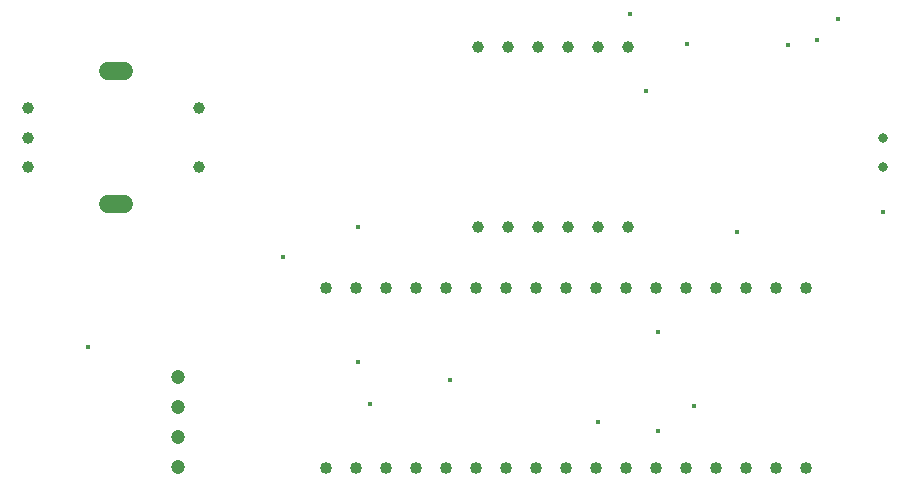
<source format=gbr>
%TF.GenerationSoftware,KiCad,Pcbnew,6.0.0-rc1-unknown-3024ded~66~ubuntu18.04.1*%
%TF.CreationDate,2018-11-05T19:27:32-08:00*%
%TF.ProjectId,arduino-micro,61726475696E6F2D6D6963726F2E6B69,rev?*%
%TF.SameCoordinates,PX8c5fca8PY9629108*%
%TF.FileFunction,Plated,1,2,PTH,Mixed*%
%TF.FilePolarity,Positive*%
%FSLAX46Y46*%
G04 Gerber Fmt 4.6, Leading zero omitted, Abs format (unit mm)*
G04 Created by KiCad (PCBNEW 6.0.0-rc1-unknown-3024ded~66~ubuntu18.04.1) date Mon 05 Nov 2018 07:27:32 PM PST*
%MOMM*%
%LPD*%
G01*
G04 APERTURE LIST*
%TA.AperFunction,ViaDrill*%
%ADD10C,0.400000*%
%TD*%
%TA.AperFunction,ComponentDrill*%
%ADD11C,0.800000*%
%TD*%
%TA.AperFunction,ComponentDrill*%
%ADD12C,1.000000*%
%TD*%
%TA.AperFunction,ComponentDrill*%
%ADD13C,1.016000*%
%TD*%
%TA.AperFunction,ComponentDrill*%
%ADD14C,1.200000*%
%TD*%
%TA.AperFunction,Slot*%
%ADD15C,1.500000*%
%TD*%
G04 APERTURE END LIST*
D10*
X9017000Y13944600D03*
X25527000Y21564600D03*
X31877000Y24104600D03*
X31877000Y12674600D03*
X32893000Y9169400D03*
X39700200Y11201400D03*
X52197000Y7594600D03*
X54914800Y42164000D03*
X56261000Y35610800D03*
X57277000Y15214600D03*
X57353200Y6858000D03*
X59740800Y39624000D03*
X60375800Y8991600D03*
X63982600Y23727000D03*
X68290544Y39505555D03*
X70789800Y39928800D03*
X72542400Y41706800D03*
X76327000Y25374600D03*
D11*
%TO.C,C1*%
X76327000Y31684600D03*
X76327000Y29184600D03*
D12*
%TO.C,SW1*%
X3937000Y34184600D03*
X3937000Y31684600D03*
X3937000Y29184600D03*
X18437000Y34184600D03*
X18437000Y29184600D03*
%TO.C,U2*%
X42037000Y39344600D03*
X42037000Y24104600D03*
X44577000Y39344600D03*
X44577000Y24104600D03*
X47117000Y39344600D03*
X47117000Y24104600D03*
X49657000Y39344600D03*
X49657000Y24104600D03*
X52197000Y39344600D03*
X52197000Y24104600D03*
X54737000Y39344600D03*
X54737000Y24104600D03*
D13*
%TO.C,XA1*%
X29227000Y18914600D03*
X29227000Y3674600D03*
X31767000Y18914600D03*
X31767000Y3674600D03*
X34307000Y18914600D03*
X34307000Y3674600D03*
X36847000Y18914600D03*
X36847000Y3674600D03*
X39387000Y18914600D03*
X39387000Y3674600D03*
X41927000Y18914600D03*
X41927000Y3674600D03*
X44467000Y18914600D03*
X44467000Y3674600D03*
X47007000Y18914600D03*
X47007000Y3674600D03*
X49547000Y18914600D03*
X49547000Y3674600D03*
X52087000Y18914600D03*
X52087000Y3674600D03*
X54627000Y18914600D03*
X54627000Y3674600D03*
X57167000Y18914600D03*
X57167000Y3674600D03*
X59707000Y18914600D03*
X59707000Y3674600D03*
X62247000Y18914600D03*
X62247000Y3674600D03*
X64787000Y18914600D03*
X64787000Y3674600D03*
X67327000Y18914600D03*
X67327000Y3674600D03*
X69867000Y18914600D03*
X69867000Y3674600D03*
D14*
%TO.C,M1*%
X16637000Y11404600D03*
X16637000Y8864600D03*
X16637000Y6324600D03*
X16637000Y3784600D03*
D15*
%TO.C,SW1*%
X12087000Y37284600D02*
X10787000Y37284600D01*
X12087000Y26084600D02*
X10787000Y26084600D01*
M02*

</source>
